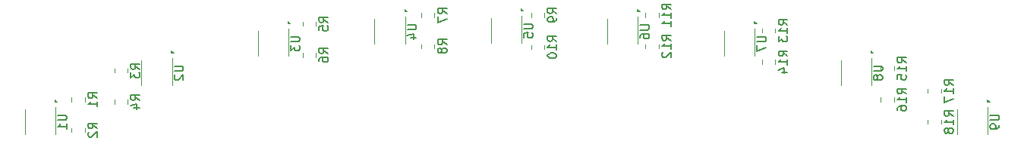
<source format=gbr>
%TF.GenerationSoftware,KiCad,Pcbnew,9.0.1*%
%TF.CreationDate,2025-05-09T11:22:53+02:00*%
%TF.ProjectId,FL-Zetor-Senzor,464c2d5a-6574-46f7-922d-53656e7a6f72,rev?*%
%TF.SameCoordinates,Original*%
%TF.FileFunction,Legend,Bot*%
%TF.FilePolarity,Positive*%
%FSLAX46Y46*%
G04 Gerber Fmt 4.6, Leading zero omitted, Abs format (unit mm)*
G04 Created by KiCad (PCBNEW 9.0.1) date 2025-05-09 11:22:53*
%MOMM*%
%LPD*%
G01*
G04 APERTURE LIST*
%ADD10C,0.150000*%
%ADD11C,0.120000*%
G04 APERTURE END LIST*
D10*
X93104835Y-107495833D02*
X92628644Y-107162500D01*
X93104835Y-106924405D02*
X92104835Y-106924405D01*
X92104835Y-106924405D02*
X92104835Y-107305357D01*
X92104835Y-107305357D02*
X92152454Y-107400595D01*
X92152454Y-107400595D02*
X92200073Y-107448214D01*
X92200073Y-107448214D02*
X92295311Y-107495833D01*
X92295311Y-107495833D02*
X92438168Y-107495833D01*
X92438168Y-107495833D02*
X92533406Y-107448214D01*
X92533406Y-107448214D02*
X92581025Y-107400595D01*
X92581025Y-107400595D02*
X92628644Y-107305357D01*
X92628644Y-107305357D02*
X92628644Y-106924405D01*
X92200073Y-107876786D02*
X92152454Y-107924405D01*
X92152454Y-107924405D02*
X92104835Y-108019643D01*
X92104835Y-108019643D02*
X92104835Y-108257738D01*
X92104835Y-108257738D02*
X92152454Y-108352976D01*
X92152454Y-108352976D02*
X92200073Y-108400595D01*
X92200073Y-108400595D02*
X92295311Y-108448214D01*
X92295311Y-108448214D02*
X92390549Y-108448214D01*
X92390549Y-108448214D02*
X92533406Y-108400595D01*
X92533406Y-108400595D02*
X93104835Y-107829167D01*
X93104835Y-107829167D02*
X93104835Y-108448214D01*
X118854835Y-99083333D02*
X118378644Y-98750000D01*
X118854835Y-98511905D02*
X117854835Y-98511905D01*
X117854835Y-98511905D02*
X117854835Y-98892857D01*
X117854835Y-98892857D02*
X117902454Y-98988095D01*
X117902454Y-98988095D02*
X117950073Y-99035714D01*
X117950073Y-99035714D02*
X118045311Y-99083333D01*
X118045311Y-99083333D02*
X118188168Y-99083333D01*
X118188168Y-99083333D02*
X118283406Y-99035714D01*
X118283406Y-99035714D02*
X118331025Y-98988095D01*
X118331025Y-98988095D02*
X118378644Y-98892857D01*
X118378644Y-98892857D02*
X118378644Y-98511905D01*
X117854835Y-99940476D02*
X117854835Y-99750000D01*
X117854835Y-99750000D02*
X117902454Y-99654762D01*
X117902454Y-99654762D02*
X117950073Y-99607143D01*
X117950073Y-99607143D02*
X118092930Y-99511905D01*
X118092930Y-99511905D02*
X118283406Y-99464286D01*
X118283406Y-99464286D02*
X118664358Y-99464286D01*
X118664358Y-99464286D02*
X118759596Y-99511905D01*
X118759596Y-99511905D02*
X118807216Y-99559524D01*
X118807216Y-99559524D02*
X118854835Y-99654762D01*
X118854835Y-99654762D02*
X118854835Y-99845238D01*
X118854835Y-99845238D02*
X118807216Y-99940476D01*
X118807216Y-99940476D02*
X118759596Y-99988095D01*
X118759596Y-99988095D02*
X118664358Y-100035714D01*
X118664358Y-100035714D02*
X118426263Y-100035714D01*
X118426263Y-100035714D02*
X118331025Y-99988095D01*
X118331025Y-99988095D02*
X118283406Y-99940476D01*
X118283406Y-99940476D02*
X118235787Y-99845238D01*
X118235787Y-99845238D02*
X118235787Y-99654762D01*
X118235787Y-99654762D02*
X118283406Y-99559524D01*
X118283406Y-99559524D02*
X118331025Y-99511905D01*
X118331025Y-99511905D02*
X118426263Y-99464286D01*
X93104819Y-104083333D02*
X92628628Y-103750000D01*
X93104819Y-103511905D02*
X92104819Y-103511905D01*
X92104819Y-103511905D02*
X92104819Y-103892857D01*
X92104819Y-103892857D02*
X92152438Y-103988095D01*
X92152438Y-103988095D02*
X92200057Y-104035714D01*
X92200057Y-104035714D02*
X92295295Y-104083333D01*
X92295295Y-104083333D02*
X92438152Y-104083333D01*
X92438152Y-104083333D02*
X92533390Y-104035714D01*
X92533390Y-104035714D02*
X92581009Y-103988095D01*
X92581009Y-103988095D02*
X92628628Y-103892857D01*
X92628628Y-103892857D02*
X92628628Y-103511905D01*
X93104819Y-105035714D02*
X93104819Y-104464286D01*
X93104819Y-104750000D02*
X92104819Y-104750000D01*
X92104819Y-104750000D02*
X92247676Y-104654762D01*
X92247676Y-104654762D02*
X92342914Y-104559524D01*
X92342914Y-104559524D02*
X92390533Y-104464286D01*
X132104835Y-98083333D02*
X131628644Y-97750000D01*
X132104835Y-97511905D02*
X131104835Y-97511905D01*
X131104835Y-97511905D02*
X131104835Y-97892857D01*
X131104835Y-97892857D02*
X131152454Y-97988095D01*
X131152454Y-97988095D02*
X131200073Y-98035714D01*
X131200073Y-98035714D02*
X131295311Y-98083333D01*
X131295311Y-98083333D02*
X131438168Y-98083333D01*
X131438168Y-98083333D02*
X131533406Y-98035714D01*
X131533406Y-98035714D02*
X131581025Y-97988095D01*
X131581025Y-97988095D02*
X131628644Y-97892857D01*
X131628644Y-97892857D02*
X131628644Y-97511905D01*
X131533406Y-98654762D02*
X131485787Y-98559524D01*
X131485787Y-98559524D02*
X131438168Y-98511905D01*
X131438168Y-98511905D02*
X131342930Y-98464286D01*
X131342930Y-98464286D02*
X131295311Y-98464286D01*
X131295311Y-98464286D02*
X131200073Y-98511905D01*
X131200073Y-98511905D02*
X131152454Y-98559524D01*
X131152454Y-98559524D02*
X131104835Y-98654762D01*
X131104835Y-98654762D02*
X131104835Y-98845238D01*
X131104835Y-98845238D02*
X131152454Y-98940476D01*
X131152454Y-98940476D02*
X131200073Y-98988095D01*
X131200073Y-98988095D02*
X131295311Y-99035714D01*
X131295311Y-99035714D02*
X131342930Y-99035714D01*
X131342930Y-99035714D02*
X131438168Y-98988095D01*
X131438168Y-98988095D02*
X131485787Y-98940476D01*
X131485787Y-98940476D02*
X131533406Y-98845238D01*
X131533406Y-98845238D02*
X131533406Y-98654762D01*
X131533406Y-98654762D02*
X131581025Y-98559524D01*
X131581025Y-98559524D02*
X131628644Y-98511905D01*
X131628644Y-98511905D02*
X131723882Y-98464286D01*
X131723882Y-98464286D02*
X131914358Y-98464286D01*
X131914358Y-98464286D02*
X132009596Y-98511905D01*
X132009596Y-98511905D02*
X132057216Y-98559524D01*
X132057216Y-98559524D02*
X132104835Y-98654762D01*
X132104835Y-98654762D02*
X132104835Y-98845238D01*
X132104835Y-98845238D02*
X132057216Y-98940476D01*
X132057216Y-98940476D02*
X132009596Y-98988095D01*
X132009596Y-98988095D02*
X131914358Y-99035714D01*
X131914358Y-99035714D02*
X131723882Y-99035714D01*
X131723882Y-99035714D02*
X131628644Y-98988095D01*
X131628644Y-98988095D02*
X131581025Y-98940476D01*
X131581025Y-98940476D02*
X131533406Y-98845238D01*
X127704819Y-95838095D02*
X128514342Y-95838095D01*
X128514342Y-95838095D02*
X128609580Y-95885714D01*
X128609580Y-95885714D02*
X128657200Y-95933333D01*
X128657200Y-95933333D02*
X128704819Y-96028571D01*
X128704819Y-96028571D02*
X128704819Y-96219047D01*
X128704819Y-96219047D02*
X128657200Y-96314285D01*
X128657200Y-96314285D02*
X128609580Y-96361904D01*
X128609580Y-96361904D02*
X128514342Y-96409523D01*
X128514342Y-96409523D02*
X127704819Y-96409523D01*
X128038152Y-97314285D02*
X128704819Y-97314285D01*
X127657200Y-97076190D02*
X128371485Y-96838095D01*
X128371485Y-96838095D02*
X128371485Y-97457142D01*
X101704819Y-100488095D02*
X102514342Y-100488095D01*
X102514342Y-100488095D02*
X102609580Y-100535714D01*
X102609580Y-100535714D02*
X102657200Y-100583333D01*
X102657200Y-100583333D02*
X102704819Y-100678571D01*
X102704819Y-100678571D02*
X102704819Y-100869047D01*
X102704819Y-100869047D02*
X102657200Y-100964285D01*
X102657200Y-100964285D02*
X102609580Y-101011904D01*
X102609580Y-101011904D02*
X102514342Y-101059523D01*
X102514342Y-101059523D02*
X101704819Y-101059523D01*
X101800057Y-101488095D02*
X101752438Y-101535714D01*
X101752438Y-101535714D02*
X101704819Y-101630952D01*
X101704819Y-101630952D02*
X101704819Y-101869047D01*
X101704819Y-101869047D02*
X101752438Y-101964285D01*
X101752438Y-101964285D02*
X101800057Y-102011904D01*
X101800057Y-102011904D02*
X101895295Y-102059523D01*
X101895295Y-102059523D02*
X101990533Y-102059523D01*
X101990533Y-102059523D02*
X102133390Y-102011904D01*
X102133390Y-102011904D02*
X102704819Y-101440476D01*
X102704819Y-101440476D02*
X102704819Y-102059523D01*
X118854819Y-95583333D02*
X118378628Y-95250000D01*
X118854819Y-95011905D02*
X117854819Y-95011905D01*
X117854819Y-95011905D02*
X117854819Y-95392857D01*
X117854819Y-95392857D02*
X117902438Y-95488095D01*
X117902438Y-95488095D02*
X117950057Y-95535714D01*
X117950057Y-95535714D02*
X118045295Y-95583333D01*
X118045295Y-95583333D02*
X118188152Y-95583333D01*
X118188152Y-95583333D02*
X118283390Y-95535714D01*
X118283390Y-95535714D02*
X118331009Y-95488095D01*
X118331009Y-95488095D02*
X118378628Y-95392857D01*
X118378628Y-95392857D02*
X118378628Y-95011905D01*
X117854819Y-96488095D02*
X117854819Y-96011905D01*
X117854819Y-96011905D02*
X118331009Y-95964286D01*
X118331009Y-95964286D02*
X118283390Y-96011905D01*
X118283390Y-96011905D02*
X118235771Y-96107143D01*
X118235771Y-96107143D02*
X118235771Y-96345238D01*
X118235771Y-96345238D02*
X118283390Y-96440476D01*
X118283390Y-96440476D02*
X118331009Y-96488095D01*
X118331009Y-96488095D02*
X118426247Y-96535714D01*
X118426247Y-96535714D02*
X118664342Y-96535714D01*
X118664342Y-96535714D02*
X118759580Y-96488095D01*
X118759580Y-96488095D02*
X118807200Y-96440476D01*
X118807200Y-96440476D02*
X118854819Y-96345238D01*
X118854819Y-96345238D02*
X118854819Y-96107143D01*
X118854819Y-96107143D02*
X118807200Y-96011905D01*
X118807200Y-96011905D02*
X118759580Y-95964286D01*
X188604819Y-102607142D02*
X188128628Y-102273809D01*
X188604819Y-102035714D02*
X187604819Y-102035714D01*
X187604819Y-102035714D02*
X187604819Y-102416666D01*
X187604819Y-102416666D02*
X187652438Y-102511904D01*
X187652438Y-102511904D02*
X187700057Y-102559523D01*
X187700057Y-102559523D02*
X187795295Y-102607142D01*
X187795295Y-102607142D02*
X187938152Y-102607142D01*
X187938152Y-102607142D02*
X188033390Y-102559523D01*
X188033390Y-102559523D02*
X188081009Y-102511904D01*
X188081009Y-102511904D02*
X188128628Y-102416666D01*
X188128628Y-102416666D02*
X188128628Y-102035714D01*
X188604819Y-103559523D02*
X188604819Y-102988095D01*
X188604819Y-103273809D02*
X187604819Y-103273809D01*
X187604819Y-103273809D02*
X187747676Y-103178571D01*
X187747676Y-103178571D02*
X187842914Y-103083333D01*
X187842914Y-103083333D02*
X187890533Y-102988095D01*
X187604819Y-103892857D02*
X187604819Y-104559523D01*
X187604819Y-104559523D02*
X188604819Y-104130952D01*
X114704819Y-97188095D02*
X115514342Y-97188095D01*
X115514342Y-97188095D02*
X115609580Y-97235714D01*
X115609580Y-97235714D02*
X115657200Y-97283333D01*
X115657200Y-97283333D02*
X115704819Y-97378571D01*
X115704819Y-97378571D02*
X115704819Y-97569047D01*
X115704819Y-97569047D02*
X115657200Y-97664285D01*
X115657200Y-97664285D02*
X115609580Y-97711904D01*
X115609580Y-97711904D02*
X115514342Y-97759523D01*
X115514342Y-97759523D02*
X114704819Y-97759523D01*
X114704819Y-98140476D02*
X114704819Y-98759523D01*
X114704819Y-98759523D02*
X115085771Y-98426190D01*
X115085771Y-98426190D02*
X115085771Y-98569047D01*
X115085771Y-98569047D02*
X115133390Y-98664285D01*
X115133390Y-98664285D02*
X115181009Y-98711904D01*
X115181009Y-98711904D02*
X115276247Y-98759523D01*
X115276247Y-98759523D02*
X115514342Y-98759523D01*
X115514342Y-98759523D02*
X115609580Y-98711904D01*
X115609580Y-98711904D02*
X115657200Y-98664285D01*
X115657200Y-98664285D02*
X115704819Y-98569047D01*
X115704819Y-98569047D02*
X115704819Y-98283333D01*
X115704819Y-98283333D02*
X115657200Y-98188095D01*
X115657200Y-98188095D02*
X115609580Y-98140476D01*
X144354835Y-97694642D02*
X143878644Y-97361309D01*
X144354835Y-97123214D02*
X143354835Y-97123214D01*
X143354835Y-97123214D02*
X143354835Y-97504166D01*
X143354835Y-97504166D02*
X143402454Y-97599404D01*
X143402454Y-97599404D02*
X143450073Y-97647023D01*
X143450073Y-97647023D02*
X143545311Y-97694642D01*
X143545311Y-97694642D02*
X143688168Y-97694642D01*
X143688168Y-97694642D02*
X143783406Y-97647023D01*
X143783406Y-97647023D02*
X143831025Y-97599404D01*
X143831025Y-97599404D02*
X143878644Y-97504166D01*
X143878644Y-97504166D02*
X143878644Y-97123214D01*
X144354835Y-98647023D02*
X144354835Y-98075595D01*
X144354835Y-98361309D02*
X143354835Y-98361309D01*
X143354835Y-98361309D02*
X143497692Y-98266071D01*
X143497692Y-98266071D02*
X143592930Y-98170833D01*
X143592930Y-98170833D02*
X143640549Y-98075595D01*
X143354835Y-99266071D02*
X143354835Y-99361309D01*
X143354835Y-99361309D02*
X143402454Y-99456547D01*
X143402454Y-99456547D02*
X143450073Y-99504166D01*
X143450073Y-99504166D02*
X143545311Y-99551785D01*
X143545311Y-99551785D02*
X143735787Y-99599404D01*
X143735787Y-99599404D02*
X143973882Y-99599404D01*
X143973882Y-99599404D02*
X144164358Y-99551785D01*
X144164358Y-99551785D02*
X144259596Y-99504166D01*
X144259596Y-99504166D02*
X144307216Y-99456547D01*
X144307216Y-99456547D02*
X144354835Y-99361309D01*
X144354835Y-99361309D02*
X144354835Y-99266071D01*
X144354835Y-99266071D02*
X144307216Y-99170833D01*
X144307216Y-99170833D02*
X144259596Y-99123214D01*
X144259596Y-99123214D02*
X144164358Y-99075595D01*
X144164358Y-99075595D02*
X143973882Y-99027976D01*
X143973882Y-99027976D02*
X143735787Y-99027976D01*
X143735787Y-99027976D02*
X143545311Y-99075595D01*
X143545311Y-99075595D02*
X143450073Y-99123214D01*
X143450073Y-99123214D02*
X143402454Y-99170833D01*
X143402454Y-99170833D02*
X143354835Y-99266071D01*
X157104835Y-97607142D02*
X156628644Y-97273809D01*
X157104835Y-97035714D02*
X156104835Y-97035714D01*
X156104835Y-97035714D02*
X156104835Y-97416666D01*
X156104835Y-97416666D02*
X156152454Y-97511904D01*
X156152454Y-97511904D02*
X156200073Y-97559523D01*
X156200073Y-97559523D02*
X156295311Y-97607142D01*
X156295311Y-97607142D02*
X156438168Y-97607142D01*
X156438168Y-97607142D02*
X156533406Y-97559523D01*
X156533406Y-97559523D02*
X156581025Y-97511904D01*
X156581025Y-97511904D02*
X156628644Y-97416666D01*
X156628644Y-97416666D02*
X156628644Y-97035714D01*
X157104835Y-98559523D02*
X157104835Y-97988095D01*
X157104835Y-98273809D02*
X156104835Y-98273809D01*
X156104835Y-98273809D02*
X156247692Y-98178571D01*
X156247692Y-98178571D02*
X156342930Y-98083333D01*
X156342930Y-98083333D02*
X156390549Y-97988095D01*
X156200073Y-98940476D02*
X156152454Y-98988095D01*
X156152454Y-98988095D02*
X156104835Y-99083333D01*
X156104835Y-99083333D02*
X156104835Y-99321428D01*
X156104835Y-99321428D02*
X156152454Y-99416666D01*
X156152454Y-99416666D02*
X156200073Y-99464285D01*
X156200073Y-99464285D02*
X156295311Y-99511904D01*
X156295311Y-99511904D02*
X156390549Y-99511904D01*
X156390549Y-99511904D02*
X156533406Y-99464285D01*
X156533406Y-99464285D02*
X157104835Y-98892857D01*
X157104835Y-98892857D02*
X157104835Y-99511904D01*
X153674835Y-95848095D02*
X154484358Y-95848095D01*
X154484358Y-95848095D02*
X154579596Y-95895714D01*
X154579596Y-95895714D02*
X154627216Y-95943333D01*
X154627216Y-95943333D02*
X154674835Y-96038571D01*
X154674835Y-96038571D02*
X154674835Y-96229047D01*
X154674835Y-96229047D02*
X154627216Y-96324285D01*
X154627216Y-96324285D02*
X154579596Y-96371904D01*
X154579596Y-96371904D02*
X154484358Y-96419523D01*
X154484358Y-96419523D02*
X153674835Y-96419523D01*
X153674835Y-97324285D02*
X153674835Y-97133809D01*
X153674835Y-97133809D02*
X153722454Y-97038571D01*
X153722454Y-97038571D02*
X153770073Y-96990952D01*
X153770073Y-96990952D02*
X153912930Y-96895714D01*
X153912930Y-96895714D02*
X154103406Y-96848095D01*
X154103406Y-96848095D02*
X154484358Y-96848095D01*
X154484358Y-96848095D02*
X154579596Y-96895714D01*
X154579596Y-96895714D02*
X154627216Y-96943333D01*
X154627216Y-96943333D02*
X154674835Y-97038571D01*
X154674835Y-97038571D02*
X154674835Y-97229047D01*
X154674835Y-97229047D02*
X154627216Y-97324285D01*
X154627216Y-97324285D02*
X154579596Y-97371904D01*
X154579596Y-97371904D02*
X154484358Y-97419523D01*
X154484358Y-97419523D02*
X154246263Y-97419523D01*
X154246263Y-97419523D02*
X154151025Y-97371904D01*
X154151025Y-97371904D02*
X154103406Y-97324285D01*
X154103406Y-97324285D02*
X154055787Y-97229047D01*
X154055787Y-97229047D02*
X154055787Y-97038571D01*
X154055787Y-97038571D02*
X154103406Y-96943333D01*
X154103406Y-96943333D02*
X154151025Y-96895714D01*
X154151025Y-96895714D02*
X154246263Y-96848095D01*
X144354819Y-94583333D02*
X143878628Y-94250000D01*
X144354819Y-94011905D02*
X143354819Y-94011905D01*
X143354819Y-94011905D02*
X143354819Y-94392857D01*
X143354819Y-94392857D02*
X143402438Y-94488095D01*
X143402438Y-94488095D02*
X143450057Y-94535714D01*
X143450057Y-94535714D02*
X143545295Y-94583333D01*
X143545295Y-94583333D02*
X143688152Y-94583333D01*
X143688152Y-94583333D02*
X143783390Y-94535714D01*
X143783390Y-94535714D02*
X143831009Y-94488095D01*
X143831009Y-94488095D02*
X143878628Y-94392857D01*
X143878628Y-94392857D02*
X143878628Y-94011905D01*
X144354819Y-95059524D02*
X144354819Y-95250000D01*
X144354819Y-95250000D02*
X144307200Y-95345238D01*
X144307200Y-95345238D02*
X144259580Y-95392857D01*
X144259580Y-95392857D02*
X144116723Y-95488095D01*
X144116723Y-95488095D02*
X143926247Y-95535714D01*
X143926247Y-95535714D02*
X143545295Y-95535714D01*
X143545295Y-95535714D02*
X143450057Y-95488095D01*
X143450057Y-95488095D02*
X143402438Y-95440476D01*
X143402438Y-95440476D02*
X143354819Y-95345238D01*
X143354819Y-95345238D02*
X143354819Y-95154762D01*
X143354819Y-95154762D02*
X143402438Y-95059524D01*
X143402438Y-95059524D02*
X143450057Y-95011905D01*
X143450057Y-95011905D02*
X143545295Y-94964286D01*
X143545295Y-94964286D02*
X143783390Y-94964286D01*
X143783390Y-94964286D02*
X143878628Y-95011905D01*
X143878628Y-95011905D02*
X143926247Y-95059524D01*
X143926247Y-95059524D02*
X143973866Y-95154762D01*
X143973866Y-95154762D02*
X143973866Y-95345238D01*
X143973866Y-95345238D02*
X143926247Y-95440476D01*
X143926247Y-95440476D02*
X143878628Y-95488095D01*
X143878628Y-95488095D02*
X143783390Y-95535714D01*
X166704819Y-97188095D02*
X167514342Y-97188095D01*
X167514342Y-97188095D02*
X167609580Y-97235714D01*
X167609580Y-97235714D02*
X167657200Y-97283333D01*
X167657200Y-97283333D02*
X167704819Y-97378571D01*
X167704819Y-97378571D02*
X167704819Y-97569047D01*
X167704819Y-97569047D02*
X167657200Y-97664285D01*
X167657200Y-97664285D02*
X167609580Y-97711904D01*
X167609580Y-97711904D02*
X167514342Y-97759523D01*
X167514342Y-97759523D02*
X166704819Y-97759523D01*
X166704819Y-98140476D02*
X166704819Y-98807142D01*
X166704819Y-98807142D02*
X167704819Y-98378571D01*
X132104835Y-94583333D02*
X131628644Y-94250000D01*
X132104835Y-94011905D02*
X131104835Y-94011905D01*
X131104835Y-94011905D02*
X131104835Y-94392857D01*
X131104835Y-94392857D02*
X131152454Y-94488095D01*
X131152454Y-94488095D02*
X131200073Y-94535714D01*
X131200073Y-94535714D02*
X131295311Y-94583333D01*
X131295311Y-94583333D02*
X131438168Y-94583333D01*
X131438168Y-94583333D02*
X131533406Y-94535714D01*
X131533406Y-94535714D02*
X131581025Y-94488095D01*
X131581025Y-94488095D02*
X131628644Y-94392857D01*
X131628644Y-94392857D02*
X131628644Y-94011905D01*
X131104835Y-94916667D02*
X131104835Y-95583333D01*
X131104835Y-95583333D02*
X132104835Y-95154762D01*
X170104835Y-99357142D02*
X169628644Y-99023809D01*
X170104835Y-98785714D02*
X169104835Y-98785714D01*
X169104835Y-98785714D02*
X169104835Y-99166666D01*
X169104835Y-99166666D02*
X169152454Y-99261904D01*
X169152454Y-99261904D02*
X169200073Y-99309523D01*
X169200073Y-99309523D02*
X169295311Y-99357142D01*
X169295311Y-99357142D02*
X169438168Y-99357142D01*
X169438168Y-99357142D02*
X169533406Y-99309523D01*
X169533406Y-99309523D02*
X169581025Y-99261904D01*
X169581025Y-99261904D02*
X169628644Y-99166666D01*
X169628644Y-99166666D02*
X169628644Y-98785714D01*
X170104835Y-100309523D02*
X170104835Y-99738095D01*
X170104835Y-100023809D02*
X169104835Y-100023809D01*
X169104835Y-100023809D02*
X169247692Y-99928571D01*
X169247692Y-99928571D02*
X169342930Y-99833333D01*
X169342930Y-99833333D02*
X169390549Y-99738095D01*
X169438168Y-101166666D02*
X170104835Y-101166666D01*
X169057216Y-100928571D02*
X169771501Y-100690476D01*
X169771501Y-100690476D02*
X169771501Y-101309523D01*
X88704819Y-105988095D02*
X89514342Y-105988095D01*
X89514342Y-105988095D02*
X89609580Y-106035714D01*
X89609580Y-106035714D02*
X89657200Y-106083333D01*
X89657200Y-106083333D02*
X89704819Y-106178571D01*
X89704819Y-106178571D02*
X89704819Y-106369047D01*
X89704819Y-106369047D02*
X89657200Y-106464285D01*
X89657200Y-106464285D02*
X89609580Y-106511904D01*
X89609580Y-106511904D02*
X89514342Y-106559523D01*
X89514342Y-106559523D02*
X88704819Y-106559523D01*
X89704819Y-107559523D02*
X89704819Y-106988095D01*
X89704819Y-107273809D02*
X88704819Y-107273809D01*
X88704819Y-107273809D02*
X88847676Y-107178571D01*
X88847676Y-107178571D02*
X88942914Y-107083333D01*
X88942914Y-107083333D02*
X88990533Y-106988095D01*
X140704819Y-95738095D02*
X141514342Y-95738095D01*
X141514342Y-95738095D02*
X141609580Y-95785714D01*
X141609580Y-95785714D02*
X141657200Y-95833333D01*
X141657200Y-95833333D02*
X141704819Y-95928571D01*
X141704819Y-95928571D02*
X141704819Y-96119047D01*
X141704819Y-96119047D02*
X141657200Y-96214285D01*
X141657200Y-96214285D02*
X141609580Y-96261904D01*
X141609580Y-96261904D02*
X141514342Y-96309523D01*
X141514342Y-96309523D02*
X140704819Y-96309523D01*
X140704819Y-97261904D02*
X140704819Y-96785714D01*
X140704819Y-96785714D02*
X141181009Y-96738095D01*
X141181009Y-96738095D02*
X141133390Y-96785714D01*
X141133390Y-96785714D02*
X141085771Y-96880952D01*
X141085771Y-96880952D02*
X141085771Y-97119047D01*
X141085771Y-97119047D02*
X141133390Y-97214285D01*
X141133390Y-97214285D02*
X141181009Y-97261904D01*
X141181009Y-97261904D02*
X141276247Y-97309523D01*
X141276247Y-97309523D02*
X141514342Y-97309523D01*
X141514342Y-97309523D02*
X141609580Y-97261904D01*
X141609580Y-97261904D02*
X141657200Y-97214285D01*
X141657200Y-97214285D02*
X141704819Y-97119047D01*
X141704819Y-97119047D02*
X141704819Y-96880952D01*
X141704819Y-96880952D02*
X141657200Y-96785714D01*
X141657200Y-96785714D02*
X141609580Y-96738095D01*
X188604819Y-106107142D02*
X188128628Y-105773809D01*
X188604819Y-105535714D02*
X187604819Y-105535714D01*
X187604819Y-105535714D02*
X187604819Y-105916666D01*
X187604819Y-105916666D02*
X187652438Y-106011904D01*
X187652438Y-106011904D02*
X187700057Y-106059523D01*
X187700057Y-106059523D02*
X187795295Y-106107142D01*
X187795295Y-106107142D02*
X187938152Y-106107142D01*
X187938152Y-106107142D02*
X188033390Y-106059523D01*
X188033390Y-106059523D02*
X188081009Y-106011904D01*
X188081009Y-106011904D02*
X188128628Y-105916666D01*
X188128628Y-105916666D02*
X188128628Y-105535714D01*
X188604819Y-107059523D02*
X188604819Y-106488095D01*
X188604819Y-106773809D02*
X187604819Y-106773809D01*
X187604819Y-106773809D02*
X187747676Y-106678571D01*
X187747676Y-106678571D02*
X187842914Y-106583333D01*
X187842914Y-106583333D02*
X187890533Y-106488095D01*
X188033390Y-107630952D02*
X187985771Y-107535714D01*
X187985771Y-107535714D02*
X187938152Y-107488095D01*
X187938152Y-107488095D02*
X187842914Y-107440476D01*
X187842914Y-107440476D02*
X187795295Y-107440476D01*
X187795295Y-107440476D02*
X187700057Y-107488095D01*
X187700057Y-107488095D02*
X187652438Y-107535714D01*
X187652438Y-107535714D02*
X187604819Y-107630952D01*
X187604819Y-107630952D02*
X187604819Y-107821428D01*
X187604819Y-107821428D02*
X187652438Y-107916666D01*
X187652438Y-107916666D02*
X187700057Y-107964285D01*
X187700057Y-107964285D02*
X187795295Y-108011904D01*
X187795295Y-108011904D02*
X187842914Y-108011904D01*
X187842914Y-108011904D02*
X187938152Y-107964285D01*
X187938152Y-107964285D02*
X187985771Y-107916666D01*
X187985771Y-107916666D02*
X188033390Y-107821428D01*
X188033390Y-107821428D02*
X188033390Y-107630952D01*
X188033390Y-107630952D02*
X188081009Y-107535714D01*
X188081009Y-107535714D02*
X188128628Y-107488095D01*
X188128628Y-107488095D02*
X188223866Y-107440476D01*
X188223866Y-107440476D02*
X188414342Y-107440476D01*
X188414342Y-107440476D02*
X188509580Y-107488095D01*
X188509580Y-107488095D02*
X188557200Y-107535714D01*
X188557200Y-107535714D02*
X188604819Y-107630952D01*
X188604819Y-107630952D02*
X188604819Y-107821428D01*
X188604819Y-107821428D02*
X188557200Y-107916666D01*
X188557200Y-107916666D02*
X188509580Y-107964285D01*
X188509580Y-107964285D02*
X188414342Y-108011904D01*
X188414342Y-108011904D02*
X188223866Y-108011904D01*
X188223866Y-108011904D02*
X188128628Y-107964285D01*
X188128628Y-107964285D02*
X188081009Y-107916666D01*
X188081009Y-107916666D02*
X188033390Y-107821428D01*
X183354819Y-100107142D02*
X182878628Y-99773809D01*
X183354819Y-99535714D02*
X182354819Y-99535714D01*
X182354819Y-99535714D02*
X182354819Y-99916666D01*
X182354819Y-99916666D02*
X182402438Y-100011904D01*
X182402438Y-100011904D02*
X182450057Y-100059523D01*
X182450057Y-100059523D02*
X182545295Y-100107142D01*
X182545295Y-100107142D02*
X182688152Y-100107142D01*
X182688152Y-100107142D02*
X182783390Y-100059523D01*
X182783390Y-100059523D02*
X182831009Y-100011904D01*
X182831009Y-100011904D02*
X182878628Y-99916666D01*
X182878628Y-99916666D02*
X182878628Y-99535714D01*
X183354819Y-101059523D02*
X183354819Y-100488095D01*
X183354819Y-100773809D02*
X182354819Y-100773809D01*
X182354819Y-100773809D02*
X182497676Y-100678571D01*
X182497676Y-100678571D02*
X182592914Y-100583333D01*
X182592914Y-100583333D02*
X182640533Y-100488095D01*
X182354819Y-101964285D02*
X182354819Y-101488095D01*
X182354819Y-101488095D02*
X182831009Y-101440476D01*
X182831009Y-101440476D02*
X182783390Y-101488095D01*
X182783390Y-101488095D02*
X182735771Y-101583333D01*
X182735771Y-101583333D02*
X182735771Y-101821428D01*
X182735771Y-101821428D02*
X182783390Y-101916666D01*
X182783390Y-101916666D02*
X182831009Y-101964285D01*
X182831009Y-101964285D02*
X182926247Y-102011904D01*
X182926247Y-102011904D02*
X183164342Y-102011904D01*
X183164342Y-102011904D02*
X183259580Y-101964285D01*
X183259580Y-101964285D02*
X183307200Y-101916666D01*
X183307200Y-101916666D02*
X183354819Y-101821428D01*
X183354819Y-101821428D02*
X183354819Y-101583333D01*
X183354819Y-101583333D02*
X183307200Y-101488095D01*
X183307200Y-101488095D02*
X183259580Y-101440476D01*
X97854819Y-100833333D02*
X97378628Y-100500000D01*
X97854819Y-100261905D02*
X96854819Y-100261905D01*
X96854819Y-100261905D02*
X96854819Y-100642857D01*
X96854819Y-100642857D02*
X96902438Y-100738095D01*
X96902438Y-100738095D02*
X96950057Y-100785714D01*
X96950057Y-100785714D02*
X97045295Y-100833333D01*
X97045295Y-100833333D02*
X97188152Y-100833333D01*
X97188152Y-100833333D02*
X97283390Y-100785714D01*
X97283390Y-100785714D02*
X97331009Y-100738095D01*
X97331009Y-100738095D02*
X97378628Y-100642857D01*
X97378628Y-100642857D02*
X97378628Y-100261905D01*
X96854819Y-101166667D02*
X96854819Y-101785714D01*
X96854819Y-101785714D02*
X97235771Y-101452381D01*
X97235771Y-101452381D02*
X97235771Y-101595238D01*
X97235771Y-101595238D02*
X97283390Y-101690476D01*
X97283390Y-101690476D02*
X97331009Y-101738095D01*
X97331009Y-101738095D02*
X97426247Y-101785714D01*
X97426247Y-101785714D02*
X97664342Y-101785714D01*
X97664342Y-101785714D02*
X97759580Y-101738095D01*
X97759580Y-101738095D02*
X97807200Y-101690476D01*
X97807200Y-101690476D02*
X97854819Y-101595238D01*
X97854819Y-101595238D02*
X97854819Y-101309524D01*
X97854819Y-101309524D02*
X97807200Y-101214286D01*
X97807200Y-101214286D02*
X97759580Y-101166667D01*
X170104835Y-95857142D02*
X169628644Y-95523809D01*
X170104835Y-95285714D02*
X169104835Y-95285714D01*
X169104835Y-95285714D02*
X169104835Y-95666666D01*
X169104835Y-95666666D02*
X169152454Y-95761904D01*
X169152454Y-95761904D02*
X169200073Y-95809523D01*
X169200073Y-95809523D02*
X169295311Y-95857142D01*
X169295311Y-95857142D02*
X169438168Y-95857142D01*
X169438168Y-95857142D02*
X169533406Y-95809523D01*
X169533406Y-95809523D02*
X169581025Y-95761904D01*
X169581025Y-95761904D02*
X169628644Y-95666666D01*
X169628644Y-95666666D02*
X169628644Y-95285714D01*
X170104835Y-96809523D02*
X170104835Y-96238095D01*
X170104835Y-96523809D02*
X169104835Y-96523809D01*
X169104835Y-96523809D02*
X169247692Y-96428571D01*
X169247692Y-96428571D02*
X169342930Y-96333333D01*
X169342930Y-96333333D02*
X169390549Y-96238095D01*
X169104835Y-97142857D02*
X169104835Y-97761904D01*
X169104835Y-97761904D02*
X169485787Y-97428571D01*
X169485787Y-97428571D02*
X169485787Y-97571428D01*
X169485787Y-97571428D02*
X169533406Y-97666666D01*
X169533406Y-97666666D02*
X169581025Y-97714285D01*
X169581025Y-97714285D02*
X169676263Y-97761904D01*
X169676263Y-97761904D02*
X169914358Y-97761904D01*
X169914358Y-97761904D02*
X170009596Y-97714285D01*
X170009596Y-97714285D02*
X170057216Y-97666666D01*
X170057216Y-97666666D02*
X170104835Y-97571428D01*
X170104835Y-97571428D02*
X170104835Y-97285714D01*
X170104835Y-97285714D02*
X170057216Y-97190476D01*
X170057216Y-97190476D02*
X170009596Y-97142857D01*
X157104819Y-94107142D02*
X156628628Y-93773809D01*
X157104819Y-93535714D02*
X156104819Y-93535714D01*
X156104819Y-93535714D02*
X156104819Y-93916666D01*
X156104819Y-93916666D02*
X156152438Y-94011904D01*
X156152438Y-94011904D02*
X156200057Y-94059523D01*
X156200057Y-94059523D02*
X156295295Y-94107142D01*
X156295295Y-94107142D02*
X156438152Y-94107142D01*
X156438152Y-94107142D02*
X156533390Y-94059523D01*
X156533390Y-94059523D02*
X156581009Y-94011904D01*
X156581009Y-94011904D02*
X156628628Y-93916666D01*
X156628628Y-93916666D02*
X156628628Y-93535714D01*
X157104819Y-95059523D02*
X157104819Y-94488095D01*
X157104819Y-94773809D02*
X156104819Y-94773809D01*
X156104819Y-94773809D02*
X156247676Y-94678571D01*
X156247676Y-94678571D02*
X156342914Y-94583333D01*
X156342914Y-94583333D02*
X156390533Y-94488095D01*
X157104819Y-96011904D02*
X157104819Y-95440476D01*
X157104819Y-95726190D02*
X156104819Y-95726190D01*
X156104819Y-95726190D02*
X156247676Y-95630952D01*
X156247676Y-95630952D02*
X156342914Y-95535714D01*
X156342914Y-95535714D02*
X156390533Y-95440476D01*
X183354819Y-103607142D02*
X182878628Y-103273809D01*
X183354819Y-103035714D02*
X182354819Y-103035714D01*
X182354819Y-103035714D02*
X182354819Y-103416666D01*
X182354819Y-103416666D02*
X182402438Y-103511904D01*
X182402438Y-103511904D02*
X182450057Y-103559523D01*
X182450057Y-103559523D02*
X182545295Y-103607142D01*
X182545295Y-103607142D02*
X182688152Y-103607142D01*
X182688152Y-103607142D02*
X182783390Y-103559523D01*
X182783390Y-103559523D02*
X182831009Y-103511904D01*
X182831009Y-103511904D02*
X182878628Y-103416666D01*
X182878628Y-103416666D02*
X182878628Y-103035714D01*
X183354819Y-104559523D02*
X183354819Y-103988095D01*
X183354819Y-104273809D02*
X182354819Y-104273809D01*
X182354819Y-104273809D02*
X182497676Y-104178571D01*
X182497676Y-104178571D02*
X182592914Y-104083333D01*
X182592914Y-104083333D02*
X182640533Y-103988095D01*
X182354819Y-105416666D02*
X182354819Y-105226190D01*
X182354819Y-105226190D02*
X182402438Y-105130952D01*
X182402438Y-105130952D02*
X182450057Y-105083333D01*
X182450057Y-105083333D02*
X182592914Y-104988095D01*
X182592914Y-104988095D02*
X182783390Y-104940476D01*
X182783390Y-104940476D02*
X183164342Y-104940476D01*
X183164342Y-104940476D02*
X183259580Y-104988095D01*
X183259580Y-104988095D02*
X183307200Y-105035714D01*
X183307200Y-105035714D02*
X183354819Y-105130952D01*
X183354819Y-105130952D02*
X183354819Y-105321428D01*
X183354819Y-105321428D02*
X183307200Y-105416666D01*
X183307200Y-105416666D02*
X183259580Y-105464285D01*
X183259580Y-105464285D02*
X183164342Y-105511904D01*
X183164342Y-105511904D02*
X182926247Y-105511904D01*
X182926247Y-105511904D02*
X182831009Y-105464285D01*
X182831009Y-105464285D02*
X182783390Y-105416666D01*
X182783390Y-105416666D02*
X182735771Y-105321428D01*
X182735771Y-105321428D02*
X182735771Y-105130952D01*
X182735771Y-105130952D02*
X182783390Y-105035714D01*
X182783390Y-105035714D02*
X182831009Y-104988095D01*
X182831009Y-104988095D02*
X182926247Y-104940476D01*
X179704819Y-100488095D02*
X180514342Y-100488095D01*
X180514342Y-100488095D02*
X180609580Y-100535714D01*
X180609580Y-100535714D02*
X180657200Y-100583333D01*
X180657200Y-100583333D02*
X180704819Y-100678571D01*
X180704819Y-100678571D02*
X180704819Y-100869047D01*
X180704819Y-100869047D02*
X180657200Y-100964285D01*
X180657200Y-100964285D02*
X180609580Y-101011904D01*
X180609580Y-101011904D02*
X180514342Y-101059523D01*
X180514342Y-101059523D02*
X179704819Y-101059523D01*
X180133390Y-101678571D02*
X180085771Y-101583333D01*
X180085771Y-101583333D02*
X180038152Y-101535714D01*
X180038152Y-101535714D02*
X179942914Y-101488095D01*
X179942914Y-101488095D02*
X179895295Y-101488095D01*
X179895295Y-101488095D02*
X179800057Y-101535714D01*
X179800057Y-101535714D02*
X179752438Y-101583333D01*
X179752438Y-101583333D02*
X179704819Y-101678571D01*
X179704819Y-101678571D02*
X179704819Y-101869047D01*
X179704819Y-101869047D02*
X179752438Y-101964285D01*
X179752438Y-101964285D02*
X179800057Y-102011904D01*
X179800057Y-102011904D02*
X179895295Y-102059523D01*
X179895295Y-102059523D02*
X179942914Y-102059523D01*
X179942914Y-102059523D02*
X180038152Y-102011904D01*
X180038152Y-102011904D02*
X180085771Y-101964285D01*
X180085771Y-101964285D02*
X180133390Y-101869047D01*
X180133390Y-101869047D02*
X180133390Y-101678571D01*
X180133390Y-101678571D02*
X180181009Y-101583333D01*
X180181009Y-101583333D02*
X180228628Y-101535714D01*
X180228628Y-101535714D02*
X180323866Y-101488095D01*
X180323866Y-101488095D02*
X180514342Y-101488095D01*
X180514342Y-101488095D02*
X180609580Y-101535714D01*
X180609580Y-101535714D02*
X180657200Y-101583333D01*
X180657200Y-101583333D02*
X180704819Y-101678571D01*
X180704819Y-101678571D02*
X180704819Y-101869047D01*
X180704819Y-101869047D02*
X180657200Y-101964285D01*
X180657200Y-101964285D02*
X180609580Y-102011904D01*
X180609580Y-102011904D02*
X180514342Y-102059523D01*
X180514342Y-102059523D02*
X180323866Y-102059523D01*
X180323866Y-102059523D02*
X180228628Y-102011904D01*
X180228628Y-102011904D02*
X180181009Y-101964285D01*
X180181009Y-101964285D02*
X180133390Y-101869047D01*
X192704819Y-105988095D02*
X193514342Y-105988095D01*
X193514342Y-105988095D02*
X193609580Y-106035714D01*
X193609580Y-106035714D02*
X193657200Y-106083333D01*
X193657200Y-106083333D02*
X193704819Y-106178571D01*
X193704819Y-106178571D02*
X193704819Y-106369047D01*
X193704819Y-106369047D02*
X193657200Y-106464285D01*
X193657200Y-106464285D02*
X193609580Y-106511904D01*
X193609580Y-106511904D02*
X193514342Y-106559523D01*
X193514342Y-106559523D02*
X192704819Y-106559523D01*
X193704819Y-107083333D02*
X193704819Y-107273809D01*
X193704819Y-107273809D02*
X193657200Y-107369047D01*
X193657200Y-107369047D02*
X193609580Y-107416666D01*
X193609580Y-107416666D02*
X193466723Y-107511904D01*
X193466723Y-107511904D02*
X193276247Y-107559523D01*
X193276247Y-107559523D02*
X192895295Y-107559523D01*
X192895295Y-107559523D02*
X192800057Y-107511904D01*
X192800057Y-107511904D02*
X192752438Y-107464285D01*
X192752438Y-107464285D02*
X192704819Y-107369047D01*
X192704819Y-107369047D02*
X192704819Y-107178571D01*
X192704819Y-107178571D02*
X192752438Y-107083333D01*
X192752438Y-107083333D02*
X192800057Y-107035714D01*
X192800057Y-107035714D02*
X192895295Y-106988095D01*
X192895295Y-106988095D02*
X193133390Y-106988095D01*
X193133390Y-106988095D02*
X193228628Y-107035714D01*
X193228628Y-107035714D02*
X193276247Y-107083333D01*
X193276247Y-107083333D02*
X193323866Y-107178571D01*
X193323866Y-107178571D02*
X193323866Y-107369047D01*
X193323866Y-107369047D02*
X193276247Y-107464285D01*
X193276247Y-107464285D02*
X193228628Y-107511904D01*
X193228628Y-107511904D02*
X193133390Y-107559523D01*
X97854835Y-104333333D02*
X97378644Y-104000000D01*
X97854835Y-103761905D02*
X96854835Y-103761905D01*
X96854835Y-103761905D02*
X96854835Y-104142857D01*
X96854835Y-104142857D02*
X96902454Y-104238095D01*
X96902454Y-104238095D02*
X96950073Y-104285714D01*
X96950073Y-104285714D02*
X97045311Y-104333333D01*
X97045311Y-104333333D02*
X97188168Y-104333333D01*
X97188168Y-104333333D02*
X97283406Y-104285714D01*
X97283406Y-104285714D02*
X97331025Y-104238095D01*
X97331025Y-104238095D02*
X97378644Y-104142857D01*
X97378644Y-104142857D02*
X97378644Y-103761905D01*
X97188168Y-105190476D02*
X97854835Y-105190476D01*
X96807216Y-104952381D02*
X97521501Y-104714286D01*
X97521501Y-104714286D02*
X97521501Y-105333333D01*
D11*
%TO.C,R2*%
X90265016Y-107889564D02*
X90265016Y-107435436D01*
X91735016Y-107889564D02*
X91735016Y-107435436D01*
%TO.C,R6*%
X116015016Y-99477064D02*
X116015016Y-99022936D01*
X117485016Y-99477064D02*
X117485016Y-99022936D01*
%TO.C,R1*%
X90265000Y-104477064D02*
X90265000Y-104022936D01*
X91735000Y-104477064D02*
X91735000Y-104022936D01*
%TO.C,R8*%
X129265016Y-98477064D02*
X129265016Y-98022936D01*
X130735016Y-98477064D02*
X130735016Y-98022936D01*
%TO.C,U4*%
X124050000Y-98000000D02*
X124050000Y-95200000D01*
X127450000Y-98000000D02*
X127450000Y-94930000D01*
X127640000Y-94370000D02*
X127360000Y-94370000D01*
X127360000Y-94090000D01*
X127640000Y-94370000D01*
G36*
X127640000Y-94370000D02*
G01*
X127360000Y-94370000D01*
X127360000Y-94090000D01*
X127640000Y-94370000D01*
G37*
%TO.C,U2*%
X98050000Y-102650000D02*
X98050000Y-99850000D01*
X101450000Y-102650000D02*
X101450000Y-99580000D01*
X101640000Y-99020000D02*
X101360000Y-99020000D01*
X101360000Y-98740000D01*
X101640000Y-99020000D01*
G36*
X101640000Y-99020000D02*
G01*
X101360000Y-99020000D01*
X101360000Y-98740000D01*
X101640000Y-99020000D01*
G37*
%TO.C,R5*%
X116015000Y-95977064D02*
X116015000Y-95522936D01*
X117485000Y-95977064D02*
X117485000Y-95522936D01*
%TO.C,R17*%
X185765000Y-103477064D02*
X185765000Y-103022936D01*
X187235000Y-103477064D02*
X187235000Y-103022936D01*
%TO.C,U3*%
X111050000Y-99350000D02*
X111050000Y-96550000D01*
X114450000Y-99350000D02*
X114450000Y-96280000D01*
X114640000Y-95720000D02*
X114360000Y-95720000D01*
X114360000Y-95440000D01*
X114640000Y-95720000D01*
G36*
X114640000Y-95720000D02*
G01*
X114360000Y-95720000D01*
X114360000Y-95440000D01*
X114640000Y-95720000D01*
G37*
%TO.C,R10*%
X141515016Y-98564564D02*
X141515016Y-98110436D01*
X142985016Y-98564564D02*
X142985016Y-98110436D01*
%TO.C,R12*%
X154265016Y-98477064D02*
X154265016Y-98022936D01*
X155735016Y-98477064D02*
X155735016Y-98022936D01*
%TO.C,U6*%
X150020016Y-98010000D02*
X150020016Y-95210000D01*
X153420016Y-98010000D02*
X153420016Y-94940000D01*
X153610016Y-94380000D02*
X153330016Y-94380000D01*
X153330016Y-94100000D01*
X153610016Y-94380000D01*
G36*
X153610016Y-94380000D02*
G01*
X153330016Y-94380000D01*
X153330016Y-94100000D01*
X153610016Y-94380000D01*
G37*
%TO.C,R9*%
X141515000Y-94977064D02*
X141515000Y-94522936D01*
X142985000Y-94977064D02*
X142985000Y-94522936D01*
%TO.C,U7*%
X163050000Y-99350000D02*
X163050000Y-96550000D01*
X166450000Y-99350000D02*
X166450000Y-96280000D01*
X166640000Y-95720000D02*
X166360000Y-95720000D01*
X166360000Y-95440000D01*
X166640000Y-95720000D01*
G36*
X166640000Y-95720000D02*
G01*
X166360000Y-95720000D01*
X166360000Y-95440000D01*
X166640000Y-95720000D01*
G37*
%TO.C,R7*%
X129265016Y-94977064D02*
X129265016Y-94522936D01*
X130735016Y-94977064D02*
X130735016Y-94522936D01*
%TO.C,R14*%
X167265016Y-100227064D02*
X167265016Y-99772936D01*
X168735016Y-100227064D02*
X168735016Y-99772936D01*
%TO.C,U1*%
X85050000Y-108150000D02*
X85050000Y-105350000D01*
X88450000Y-108150000D02*
X88450000Y-105080000D01*
X88640000Y-104520000D02*
X88360000Y-104520000D01*
X88360000Y-104240000D01*
X88640000Y-104520000D01*
G36*
X88640000Y-104520000D02*
G01*
X88360000Y-104520000D01*
X88360000Y-104240000D01*
X88640000Y-104520000D01*
G37*
%TO.C,U5*%
X137050000Y-97900000D02*
X137050000Y-95100000D01*
X140450000Y-97900000D02*
X140450000Y-94830000D01*
X140640000Y-94270000D02*
X140360000Y-94270000D01*
X140360000Y-93990000D01*
X140640000Y-94270000D01*
G36*
X140640000Y-94270000D02*
G01*
X140360000Y-94270000D01*
X140360000Y-93990000D01*
X140640000Y-94270000D01*
G37*
%TO.C,R18*%
X185765000Y-106977064D02*
X185765000Y-106522936D01*
X187235000Y-106977064D02*
X187235000Y-106522936D01*
%TO.C,R15*%
X180515000Y-100977064D02*
X180515000Y-100522936D01*
X181985000Y-100977064D02*
X181985000Y-100522936D01*
%TO.C,R3*%
X95015000Y-101227064D02*
X95015000Y-100772936D01*
X96485000Y-101227064D02*
X96485000Y-100772936D01*
%TO.C,R13*%
X167265016Y-96727064D02*
X167265016Y-96272936D01*
X168735016Y-96727064D02*
X168735016Y-96272936D01*
%TO.C,R11*%
X154265000Y-94977064D02*
X154265000Y-94522936D01*
X155735000Y-94977064D02*
X155735000Y-94522936D01*
%TO.C,R16*%
X180515000Y-104477064D02*
X180515000Y-104022936D01*
X181985000Y-104477064D02*
X181985000Y-104022936D01*
%TO.C,U8*%
X176050000Y-102650000D02*
X176050000Y-99850000D01*
X179450000Y-102650000D02*
X179450000Y-99580000D01*
X179640000Y-99020000D02*
X179360000Y-99020000D01*
X179360000Y-98740000D01*
X179640000Y-99020000D01*
G36*
X179640000Y-99020000D02*
G01*
X179360000Y-99020000D01*
X179360000Y-98740000D01*
X179640000Y-99020000D01*
G37*
%TO.C,U9*%
X189050000Y-108150000D02*
X189050000Y-105350000D01*
X192450000Y-108150000D02*
X192450000Y-105080000D01*
X192640000Y-104520000D02*
X192360000Y-104520000D01*
X192360000Y-104240000D01*
X192640000Y-104520000D01*
G36*
X192640000Y-104520000D02*
G01*
X192360000Y-104520000D01*
X192360000Y-104240000D01*
X192640000Y-104520000D01*
G37*
%TO.C,R4*%
X95015016Y-104727064D02*
X95015016Y-104272936D01*
X96485016Y-104727064D02*
X96485016Y-104272936D01*
%TD*%
M02*

</source>
